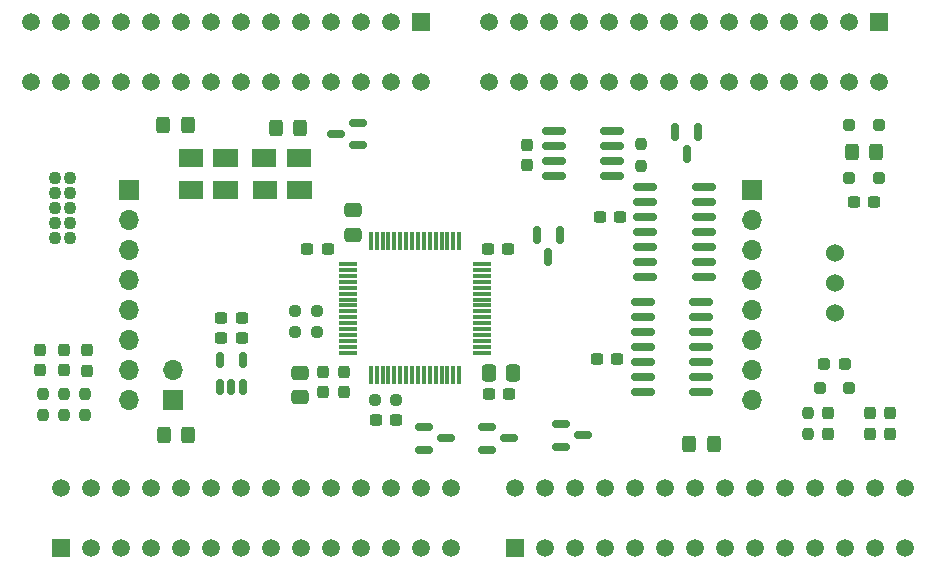
<source format=gbr>
%TF.GenerationSoftware,KiCad,Pcbnew,7.0.1*%
%TF.CreationDate,2024-05-04T11:14:46+02:00*%
%TF.ProjectId,VMU,564d552e-6b69-4636-9164-5f7063625858,rev?*%
%TF.SameCoordinates,Original*%
%TF.FileFunction,Soldermask,Top*%
%TF.FilePolarity,Negative*%
%FSLAX46Y46*%
G04 Gerber Fmt 4.6, Leading zero omitted, Abs format (unit mm)*
G04 Created by KiCad (PCBNEW 7.0.1) date 2024-05-04 11:14:46*
%MOMM*%
%LPD*%
G01*
G04 APERTURE LIST*
G04 Aperture macros list*
%AMRoundRect*
0 Rectangle with rounded corners*
0 $1 Rounding radius*
0 $2 $3 $4 $5 $6 $7 $8 $9 X,Y pos of 4 corners*
0 Add a 4 corners polygon primitive as box body*
4,1,4,$2,$3,$4,$5,$6,$7,$8,$9,$2,$3,0*
0 Add four circle primitives for the rounded corners*
1,1,$1+$1,$2,$3*
1,1,$1+$1,$4,$5*
1,1,$1+$1,$6,$7*
1,1,$1+$1,$8,$9*
0 Add four rect primitives between the rounded corners*
20,1,$1+$1,$2,$3,$4,$5,0*
20,1,$1+$1,$4,$5,$6,$7,0*
20,1,$1+$1,$6,$7,$8,$9,0*
20,1,$1+$1,$8,$9,$2,$3,0*%
%AMFreePoly0*
4,1,6,1.000000,0.000000,0.500000,-0.750000,-0.500000,-0.750000,-0.500000,0.750000,0.500000,0.750000,1.000000,0.000000,1.000000,0.000000,$1*%
G04 Aperture macros list end*
%ADD10C,1.100000*%
%ADD11RoundRect,0.237500X0.237500X-0.287500X0.237500X0.287500X-0.237500X0.287500X-0.237500X-0.287500X0*%
%ADD12RoundRect,0.250000X0.250000X0.250000X-0.250000X0.250000X-0.250000X-0.250000X0.250000X-0.250000X0*%
%ADD13RoundRect,0.237500X-0.237500X0.300000X-0.237500X-0.300000X0.237500X-0.300000X0.237500X0.300000X0*%
%ADD14FreePoly0,180.000000*%
%ADD15FreePoly0,0.000000*%
%ADD16R,1.500000X1.500000*%
%ADD17RoundRect,0.237500X-0.250000X-0.237500X0.250000X-0.237500X0.250000X0.237500X-0.250000X0.237500X0*%
%ADD18RoundRect,0.150000X0.150000X-0.512500X0.150000X0.512500X-0.150000X0.512500X-0.150000X-0.512500X0*%
%ADD19RoundRect,0.237500X-0.300000X-0.237500X0.300000X-0.237500X0.300000X0.237500X-0.300000X0.237500X0*%
%ADD20RoundRect,0.250000X0.325000X0.450000X-0.325000X0.450000X-0.325000X-0.450000X0.325000X-0.450000X0*%
%ADD21RoundRect,0.250000X-0.250000X-0.250000X0.250000X-0.250000X0.250000X0.250000X-0.250000X0.250000X0*%
%ADD22RoundRect,0.250000X0.475000X-0.337500X0.475000X0.337500X-0.475000X0.337500X-0.475000X-0.337500X0*%
%ADD23RoundRect,0.150000X-0.150000X0.587500X-0.150000X-0.587500X0.150000X-0.587500X0.150000X0.587500X0*%
%ADD24C,1.500000*%
%ADD25RoundRect,0.150000X0.587500X0.150000X-0.587500X0.150000X-0.587500X-0.150000X0.587500X-0.150000X0*%
%ADD26RoundRect,0.150000X-0.825000X-0.150000X0.825000X-0.150000X0.825000X0.150000X-0.825000X0.150000X0*%
%ADD27RoundRect,0.237500X0.300000X0.237500X-0.300000X0.237500X-0.300000X-0.237500X0.300000X-0.237500X0*%
%ADD28RoundRect,0.237500X0.237500X-0.250000X0.237500X0.250000X-0.237500X0.250000X-0.237500X-0.250000X0*%
%ADD29RoundRect,0.250000X-0.475000X0.337500X-0.475000X-0.337500X0.475000X-0.337500X0.475000X0.337500X0*%
%ADD30R,1.700000X1.700000*%
%ADD31O,1.700000X1.700000*%
%ADD32RoundRect,0.075000X0.075000X-0.700000X0.075000X0.700000X-0.075000X0.700000X-0.075000X-0.700000X0*%
%ADD33RoundRect,0.075000X0.700000X-0.075000X0.700000X0.075000X-0.700000X0.075000X-0.700000X-0.075000X0*%
%ADD34RoundRect,0.150000X-0.587500X-0.150000X0.587500X-0.150000X0.587500X0.150000X-0.587500X0.150000X0*%
%ADD35RoundRect,0.250000X-0.325000X-0.450000X0.325000X-0.450000X0.325000X0.450000X-0.325000X0.450000X0*%
%ADD36RoundRect,0.250000X-0.337500X-0.475000X0.337500X-0.475000X0.337500X0.475000X-0.337500X0.475000X0*%
%ADD37RoundRect,0.237500X-0.237500X0.250000X-0.237500X-0.250000X0.237500X-0.250000X0.237500X0.250000X0*%
%ADD38RoundRect,0.237500X0.287500X0.237500X-0.287500X0.237500X-0.287500X-0.237500X0.287500X-0.237500X0*%
%ADD39C,1.524000*%
G04 APERTURE END LIST*
D10*
%TO.C,J8*%
X94480000Y-93250000D03*
X95750000Y-93250000D03*
X94480000Y-94520000D03*
X95750000Y-94520000D03*
X94480000Y-95790000D03*
X95750000Y-95790000D03*
X94480000Y-97060000D03*
X95750000Y-97060000D03*
X94480000Y-98330000D03*
X95750000Y-98330000D03*
%TD*%
D11*
%TO.C,D5*%
X97250000Y-107790000D03*
X97250000Y-109540000D03*
%TD*%
D12*
%TO.C,D2*%
X164250000Y-93250000D03*
X161750000Y-93250000D03*
%TD*%
D13*
%TO.C,C5*%
X165250000Y-113137500D03*
X165250000Y-114862500D03*
%TD*%
D14*
%TO.C,JP4*%
X109500000Y-94250000D03*
D15*
X105500000Y-94250000D03*
D16*
X108700000Y-94250000D03*
X106300000Y-94250000D03*
%TD*%
D17*
%TO.C,R3*%
X121587500Y-112012000D03*
X123412500Y-112012000D03*
%TD*%
D18*
%TO.C,U3*%
X108500000Y-110912500D03*
X109450000Y-110912500D03*
X110400000Y-110912500D03*
X110400000Y-108637500D03*
X108500000Y-108637500D03*
%TD*%
D19*
%TO.C,C13*%
X131137500Y-99250000D03*
X132862500Y-99250000D03*
%TD*%
D20*
%TO.C,F1*%
X164025000Y-91000000D03*
X161975000Y-91000000D03*
%TD*%
D21*
%TO.C,D3*%
X159250000Y-111000000D03*
X161750000Y-111000000D03*
%TD*%
D22*
%TO.C,C16*%
X119750000Y-98037500D03*
X119750000Y-95962500D03*
%TD*%
D23*
%TO.C,Q1*%
X137250000Y-98000000D03*
X135350000Y-98000000D03*
X136300000Y-99875000D03*
%TD*%
D16*
%TO.C,J2*%
X164250000Y-80000000D03*
D24*
X164250000Y-85080000D03*
X161710000Y-80000000D03*
X161710000Y-85080000D03*
X159170000Y-80000000D03*
X159170000Y-85080000D03*
X156630000Y-80000000D03*
X156630000Y-85080000D03*
X154090000Y-80000000D03*
X154090000Y-85080000D03*
X151550000Y-80000000D03*
X151550000Y-85080000D03*
X149010000Y-80000000D03*
X149010000Y-85080000D03*
X146470000Y-80000000D03*
X146470000Y-85080000D03*
X143930000Y-80000000D03*
X143930000Y-85080000D03*
X141390000Y-80000000D03*
X141390000Y-85080000D03*
X138850000Y-80000000D03*
X138850000Y-85080000D03*
X136310000Y-80000000D03*
X136310000Y-85080000D03*
X133770000Y-80000000D03*
X133770000Y-85080000D03*
X131230000Y-80000000D03*
X131230000Y-85080000D03*
%TD*%
D19*
%TO.C,C7*%
X108587500Y-106775000D03*
X110312500Y-106775000D03*
%TD*%
D25*
%TO.C,Q4*%
X120187500Y-90450000D03*
X120187500Y-88550000D03*
X118312500Y-89500000D03*
%TD*%
D17*
%TO.C,R7*%
X114837500Y-106262000D03*
X116662500Y-106262000D03*
%TD*%
D13*
%TO.C,C8*%
X134464000Y-90387500D03*
X134464000Y-92112500D03*
%TD*%
D26*
%TO.C,U1*%
X149450000Y-93940000D03*
X149450000Y-95210000D03*
X149450000Y-96480000D03*
X149450000Y-97750000D03*
X149450000Y-99020000D03*
X149450000Y-100290000D03*
X149450000Y-101560000D03*
X144500000Y-101560000D03*
X144500000Y-100290000D03*
X144500000Y-99020000D03*
X144500000Y-97750000D03*
X144500000Y-96480000D03*
X144500000Y-95210000D03*
X144500000Y-93940000D03*
%TD*%
D27*
%TO.C,C2*%
X142362500Y-96500000D03*
X140637500Y-96500000D03*
%TD*%
D11*
%TO.C,D6*%
X93250000Y-109500000D03*
X93250000Y-107750000D03*
%TD*%
D27*
%TO.C,C12*%
X117612500Y-99250000D03*
X115887500Y-99250000D03*
%TD*%
D13*
%TO.C,C10*%
X117250000Y-109637500D03*
X117250000Y-111362500D03*
%TD*%
D23*
%TO.C,Q3*%
X148950000Y-89312500D03*
X147050000Y-89312500D03*
X148000000Y-91187500D03*
%TD*%
D28*
%TO.C,R4*%
X97050000Y-113287500D03*
X97050000Y-111462500D03*
%TD*%
D29*
%TO.C,C15*%
X115250000Y-109712500D03*
X115250000Y-111787500D03*
%TD*%
D26*
%TO.C,U2*%
X149225000Y-103690000D03*
X149225000Y-104960000D03*
X149225000Y-106230000D03*
X149225000Y-107500000D03*
X149225000Y-108770000D03*
X149225000Y-110040000D03*
X149225000Y-111310000D03*
X144275000Y-111310000D03*
X144275000Y-110040000D03*
X144275000Y-108770000D03*
X144275000Y-107500000D03*
X144275000Y-106230000D03*
X144275000Y-104960000D03*
X144275000Y-103690000D03*
%TD*%
D30*
%TO.C,J5*%
X104500000Y-112025000D03*
D31*
X104500000Y-109485000D03*
%TD*%
D19*
%TO.C,C14*%
X131250000Y-111500000D03*
X132975000Y-111500000D03*
%TD*%
D14*
%TO.C,JP1*%
X109500000Y-91500000D03*
D15*
X105500000Y-91500000D03*
D16*
X108700000Y-91500000D03*
X106300000Y-91500000D03*
%TD*%
D32*
%TO.C,U5*%
X121250000Y-109925000D03*
X121750000Y-109925000D03*
X122250000Y-109925000D03*
X122750000Y-109925000D03*
X123250000Y-109925000D03*
X123750000Y-109925000D03*
X124250000Y-109925000D03*
X124750000Y-109925000D03*
X125250000Y-109925000D03*
X125750000Y-109925000D03*
X126250000Y-109925000D03*
X126750000Y-109925000D03*
X127250000Y-109925000D03*
X127750000Y-109925000D03*
X128250000Y-109925000D03*
X128750000Y-109925000D03*
D33*
X130675000Y-108000000D03*
X130675000Y-107500000D03*
X130675000Y-107000000D03*
X130675000Y-106500000D03*
X130675000Y-106000000D03*
X130675000Y-105500000D03*
X130675000Y-105000000D03*
X130675000Y-104500000D03*
X130675000Y-104000000D03*
X130675000Y-103500000D03*
X130675000Y-103000000D03*
X130675000Y-102500000D03*
X130675000Y-102000000D03*
X130675000Y-101500000D03*
X130675000Y-101000000D03*
X130675000Y-100500000D03*
D32*
X128750000Y-98575000D03*
X128250000Y-98575000D03*
X127750000Y-98575000D03*
X127250000Y-98575000D03*
X126750000Y-98575000D03*
X126250000Y-98575000D03*
X125750000Y-98575000D03*
X125250000Y-98575000D03*
X124750000Y-98575000D03*
X124250000Y-98575000D03*
X123750000Y-98575000D03*
X123250000Y-98575000D03*
X122750000Y-98575000D03*
X122250000Y-98575000D03*
X121750000Y-98575000D03*
X121250000Y-98575000D03*
D33*
X119325000Y-100500000D03*
X119325000Y-101000000D03*
X119325000Y-101500000D03*
X119325000Y-102000000D03*
X119325000Y-102500000D03*
X119325000Y-103000000D03*
X119325000Y-103500000D03*
X119325000Y-104000000D03*
X119325000Y-104500000D03*
X119325000Y-105000000D03*
X119325000Y-105500000D03*
X119325000Y-106000000D03*
X119325000Y-106500000D03*
X119325000Y-107000000D03*
X119325000Y-107500000D03*
X119325000Y-108000000D03*
%TD*%
D27*
%TO.C,C3*%
X163862500Y-95250000D03*
X162137500Y-95250000D03*
%TD*%
D16*
%TO.C,J1*%
X125520000Y-80000000D03*
D24*
X125520000Y-85080000D03*
X122980000Y-80000000D03*
X122980000Y-85080000D03*
X120440000Y-80000000D03*
X120440000Y-85080000D03*
X117900000Y-80000000D03*
X117900000Y-85080000D03*
X115360000Y-80000000D03*
X115360000Y-85080000D03*
X112820000Y-80000000D03*
X112820000Y-85080000D03*
X110280000Y-80000000D03*
X110280000Y-85080000D03*
X107740000Y-80000000D03*
X107740000Y-85080000D03*
X105200000Y-80000000D03*
X105200000Y-85080000D03*
X102660000Y-80000000D03*
X102660000Y-85080000D03*
X100120000Y-80000000D03*
X100120000Y-85080000D03*
X97580000Y-80000000D03*
X97580000Y-85080000D03*
X95040000Y-80000000D03*
X95040000Y-85080000D03*
X92500000Y-80000000D03*
X92500000Y-85080000D03*
%TD*%
D11*
%TO.C,D7*%
X95250000Y-109500000D03*
X95250000Y-107750000D03*
%TD*%
D27*
%TO.C,C9*%
X123382000Y-113712000D03*
X121657000Y-113712000D03*
%TD*%
D26*
%TO.C,U4*%
X136750000Y-89230000D03*
X136750000Y-90500000D03*
X136750000Y-91770000D03*
X136750000Y-93040000D03*
X141700000Y-93040000D03*
X141700000Y-91770000D03*
X141700000Y-90500000D03*
X141700000Y-89230000D03*
%TD*%
D34*
%TO.C,Q2*%
X125750000Y-114300000D03*
X125750000Y-116200000D03*
X127625000Y-115250000D03*
%TD*%
D13*
%TO.C,C11*%
X119000000Y-109637500D03*
X119000000Y-111362500D03*
%TD*%
D11*
%TO.C,D4*%
X160000000Y-113125000D03*
X160000000Y-114875000D03*
%TD*%
D19*
%TO.C,C6*%
X108587500Y-105025000D03*
X110312500Y-105025000D03*
%TD*%
D28*
%TO.C,R6*%
X95250000Y-113287500D03*
X95250000Y-111462500D03*
%TD*%
D31*
%TO.C,J3*%
X100750000Y-112030000D03*
X100750000Y-109490000D03*
X100750000Y-106950000D03*
X100750000Y-104410000D03*
X100750000Y-101870000D03*
X100750000Y-99330000D03*
X100750000Y-96790000D03*
D30*
X100750000Y-94250000D03*
%TD*%
D13*
%TO.C,C4*%
X163500000Y-113137500D03*
X163500000Y-114862500D03*
%TD*%
D20*
%TO.C,F5*%
X115275000Y-89000000D03*
X113225000Y-89000000D03*
%TD*%
D16*
%TO.C,J6*%
X133480000Y-124500000D03*
D24*
X133480000Y-119420000D03*
X136020000Y-124500000D03*
X136020000Y-119420000D03*
X138560000Y-124500000D03*
X138560000Y-119420000D03*
X141100000Y-124500000D03*
X141100000Y-119420000D03*
X143640000Y-124500000D03*
X143640000Y-119420000D03*
X146180000Y-124500000D03*
X146180000Y-119420000D03*
X148720000Y-124500000D03*
X148720000Y-119420000D03*
X151260000Y-124500000D03*
X151260000Y-119420000D03*
X153800000Y-124500000D03*
X153800000Y-119420000D03*
X156340000Y-124500000D03*
X156340000Y-119420000D03*
X158880000Y-124500000D03*
X158880000Y-119420000D03*
X161420000Y-124500000D03*
X161420000Y-119420000D03*
X163960000Y-124500000D03*
X163960000Y-119420000D03*
X166500000Y-124500000D03*
X166500000Y-119420000D03*
%TD*%
D30*
%TO.C,J4*%
X153500000Y-94250000D03*
D31*
X153500000Y-96790000D03*
X153500000Y-99330000D03*
X153500000Y-101870000D03*
X153500000Y-104410000D03*
X153500000Y-106950000D03*
X153500000Y-109490000D03*
X153500000Y-112030000D03*
%TD*%
D34*
%TO.C,Q6*%
X137375000Y-114050000D03*
X137375000Y-115950000D03*
X139250000Y-115000000D03*
%TD*%
D35*
%TO.C,F2*%
X148225000Y-115750000D03*
X150275000Y-115750000D03*
%TD*%
D21*
%TO.C,D1*%
X161750000Y-88750000D03*
X164250000Y-88750000D03*
%TD*%
D14*
%TO.C,JP3*%
X115750000Y-94250000D03*
D15*
X111750000Y-94250000D03*
D16*
X114950000Y-94250000D03*
X112550000Y-94250000D03*
%TD*%
D36*
%TO.C,C17*%
X131227000Y-109688500D03*
X133302000Y-109688500D03*
%TD*%
D35*
%TO.C,F4*%
X103700000Y-88750000D03*
X105750000Y-88750000D03*
%TD*%
D34*
%TO.C,Q7*%
X131062500Y-114300000D03*
X131062500Y-116200000D03*
X132937500Y-115250000D03*
%TD*%
D37*
%TO.C,R2*%
X144116000Y-90349500D03*
X144116000Y-92174500D03*
%TD*%
D20*
%TO.C,F3*%
X105775000Y-115000000D03*
X103725000Y-115000000D03*
%TD*%
D14*
%TO.C,JP2*%
X115700000Y-91500000D03*
D15*
X111700000Y-91500000D03*
D16*
X114900000Y-91500000D03*
X112500000Y-91500000D03*
%TD*%
D38*
%TO.C,FB1*%
X161375000Y-109000000D03*
X159625000Y-109000000D03*
%TD*%
D27*
%TO.C,C1*%
X142112500Y-108500000D03*
X140387500Y-108500000D03*
%TD*%
D16*
%TO.C,J7*%
X95000000Y-124500000D03*
D24*
X95000000Y-119420000D03*
X97540000Y-124500000D03*
X97540000Y-119420000D03*
X100080000Y-124500000D03*
X100080000Y-119420000D03*
X102620000Y-124500000D03*
X102620000Y-119420000D03*
X105160000Y-124500000D03*
X105160000Y-119420000D03*
X107700000Y-124500000D03*
X107700000Y-119420000D03*
X110240000Y-124500000D03*
X110240000Y-119420000D03*
X112780000Y-124500000D03*
X112780000Y-119420000D03*
X115320000Y-124500000D03*
X115320000Y-119420000D03*
X117860000Y-124500000D03*
X117860000Y-119420000D03*
X120400000Y-124500000D03*
X120400000Y-119420000D03*
X122940000Y-124500000D03*
X122940000Y-119420000D03*
X125480000Y-124500000D03*
X125480000Y-119420000D03*
X128020000Y-124500000D03*
X128020000Y-119420000D03*
%TD*%
D28*
%TO.C,R1*%
X158250000Y-114912500D03*
X158250000Y-113087500D03*
%TD*%
D17*
%TO.C,R8*%
X114837500Y-104512000D03*
X116662500Y-104512000D03*
%TD*%
D28*
%TO.C,R5*%
X93500000Y-113287500D03*
X93500000Y-111462500D03*
%TD*%
D39*
%TO.C,VR1*%
X160587500Y-99547500D03*
X160587500Y-102087500D03*
X160587500Y-104627500D03*
%TD*%
M02*

</source>
